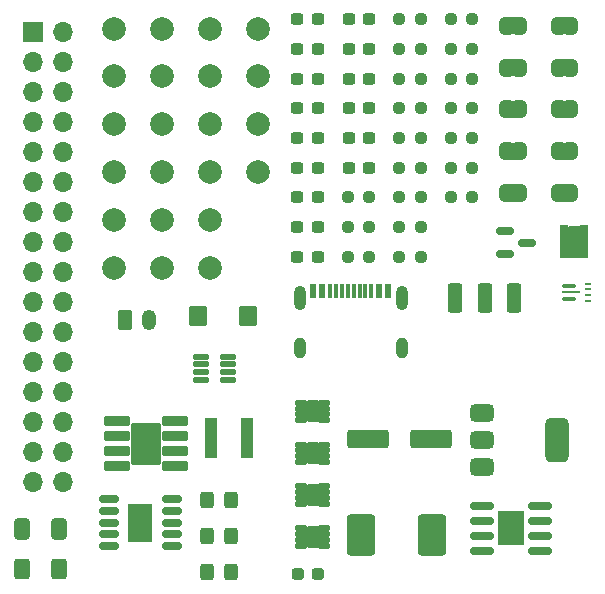
<source format=gbr>
%TF.GenerationSoftware,KiCad,Pcbnew,9.0.0*%
%TF.CreationDate,2025-03-25T22:48:29+02:00*%
%TF.ProjectId,EEE3088F Power Board,45454533-3038-4384-9620-506f77657220,rev?*%
%TF.SameCoordinates,Original*%
%TF.FileFunction,Soldermask,Top*%
%TF.FilePolarity,Negative*%
%FSLAX46Y46*%
G04 Gerber Fmt 4.6, Leading zero omitted, Abs format (unit mm)*
G04 Created by KiCad (PCBNEW 9.0.0) date 2025-03-25 22:48:29*
%MOMM*%
%LPD*%
G01*
G04 APERTURE LIST*
G04 Aperture macros list*
%AMRoundRect*
0 Rectangle with rounded corners*
0 $1 Rounding radius*
0 $2 $3 $4 $5 $6 $7 $8 $9 X,Y pos of 4 corners*
0 Add a 4 corners polygon primitive as box body*
4,1,4,$2,$3,$4,$5,$6,$7,$8,$9,$2,$3,0*
0 Add four circle primitives for the rounded corners*
1,1,$1+$1,$2,$3*
1,1,$1+$1,$4,$5*
1,1,$1+$1,$6,$7*
1,1,$1+$1,$8,$9*
0 Add four rect primitives between the rounded corners*
20,1,$1+$1,$2,$3,$4,$5,0*
20,1,$1+$1,$4,$5,$6,$7,0*
20,1,$1+$1,$6,$7,$8,$9,0*
20,1,$1+$1,$8,$9,$2,$3,0*%
%AMFreePoly0*
4,1,23,0.500000,-0.750000,0.000000,-0.750000,0.000000,-0.745722,-0.065263,-0.745722,-0.191342,-0.711940,-0.304381,-0.646677,-0.396677,-0.554381,-0.461940,-0.441342,-0.495722,-0.315263,-0.495722,-0.250000,-0.500000,-0.250000,-0.500000,0.250000,-0.495722,0.250000,-0.495722,0.315263,-0.461940,0.441342,-0.396677,0.554381,-0.304381,0.646677,-0.191342,0.711940,-0.065263,0.745722,0.000000,0.745722,
0.000000,0.750000,0.500000,0.750000,0.500000,-0.750000,0.500000,-0.750000,$1*%
%AMFreePoly1*
4,1,23,0.000000,0.745722,0.065263,0.745722,0.191342,0.711940,0.304381,0.646677,0.396677,0.554381,0.461940,0.441342,0.495722,0.315263,0.495722,0.250000,0.500000,0.250000,0.500000,-0.250000,0.495722,-0.250000,0.495722,-0.315263,0.461940,-0.441342,0.396677,-0.554381,0.304381,-0.646677,0.191342,-0.711940,0.065263,-0.745722,0.000000,-0.745722,0.000000,-0.750000,-0.500000,-0.750000,
-0.500000,0.750000,0.000000,0.750000,0.000000,0.745722,0.000000,0.745722,$1*%
G04 Aperture macros list end*
%ADD10C,0.010000*%
%ADD11RoundRect,0.375000X-0.625000X-0.375000X0.625000X-0.375000X0.625000X0.375000X-0.625000X0.375000X0*%
%ADD12RoundRect,0.500000X-0.500000X-1.400000X0.500000X-1.400000X0.500000X1.400000X-0.500000X1.400000X0*%
%ADD13RoundRect,0.087500X-0.487500X-0.087500X0.487500X-0.087500X0.487500X0.087500X-0.487500X0.087500X0*%
%ADD14RoundRect,0.050000X-0.675000X-0.050000X0.675000X-0.050000X0.675000X0.050000X-0.675000X0.050000X0*%
%ADD15RoundRect,0.062500X-0.162500X-0.062500X0.162500X-0.062500X0.162500X0.062500X-0.162500X0.062500X0*%
%ADD16RoundRect,0.150000X-0.687500X-0.150000X0.687500X-0.150000X0.687500X0.150000X-0.687500X0.150000X0*%
%ADD17R,2.100000X3.300000*%
%ADD18RoundRect,0.060500X-0.411500X-0.181500X0.411500X-0.181500X0.411500X0.181500X-0.411500X0.181500X0*%
%ADD19RoundRect,0.102000X-0.450000X-0.800000X0.450000X-0.800000X0.450000X0.800000X-0.450000X0.800000X0*%
%ADD20RoundRect,0.102000X-0.985000X-0.300000X0.985000X-0.300000X0.985000X0.300000X-0.985000X0.300000X0*%
%ADD21RoundRect,0.102000X-1.206500X-1.651000X1.206500X-1.651000X1.206500X1.651000X-1.206500X1.651000X0*%
%ADD22RoundRect,0.150000X-0.825000X-0.150000X0.825000X-0.150000X0.825000X0.150000X-0.825000X0.150000X0*%
%ADD23R,2.290000X3.000000*%
%ADD24RoundRect,0.125000X-0.537500X-0.125000X0.537500X-0.125000X0.537500X0.125000X-0.537500X0.125000X0*%
%ADD25C,2.000000*%
%ADD26RoundRect,0.250000X-0.375000X-1.000000X0.375000X-1.000000X0.375000X1.000000X-0.375000X1.000000X0*%
%ADD27RoundRect,0.237500X-0.250000X-0.237500X0.250000X-0.237500X0.250000X0.237500X-0.250000X0.237500X0*%
%ADD28RoundRect,0.250000X-0.400000X-0.625000X0.400000X-0.625000X0.400000X0.625000X-0.400000X0.625000X0*%
%ADD29RoundRect,0.150000X-0.587500X-0.150000X0.587500X-0.150000X0.587500X0.150000X-0.587500X0.150000X0*%
%ADD30RoundRect,0.250000X-0.925000X-1.500000X0.925000X-1.500000X0.925000X1.500000X-0.925000X1.500000X0*%
%ADD31RoundRect,0.110000X-0.440000X-1.590000X0.440000X-1.590000X0.440000X1.590000X-0.440000X1.590000X0*%
%ADD32FreePoly0,0.000000*%
%ADD33FreePoly1,0.000000*%
%ADD34RoundRect,0.250000X-0.350000X-0.625000X0.350000X-0.625000X0.350000X0.625000X-0.350000X0.625000X0*%
%ADD35O,1.200000X1.750000*%
%ADD36R,0.600000X1.240000*%
%ADD37R,0.300000X1.240000*%
%ADD38O,1.000000X2.100000*%
%ADD39O,1.000000X1.800000*%
%ADD40R,1.700000X1.700000*%
%ADD41O,1.700000X1.700000*%
%ADD42RoundRect,0.250000X-0.325000X-0.450000X0.325000X-0.450000X0.325000X0.450000X-0.325000X0.450000X0*%
%ADD43RoundRect,0.237500X-0.287500X-0.237500X0.287500X-0.237500X0.287500X0.237500X-0.287500X0.237500X0*%
%ADD44RoundRect,0.102000X-0.635000X-0.735000X0.635000X-0.735000X0.635000X0.735000X-0.635000X0.735000X0*%
%ADD45RoundRect,0.237500X-0.300000X-0.237500X0.300000X-0.237500X0.300000X0.237500X-0.300000X0.237500X0*%
%ADD46RoundRect,0.250000X-1.500000X-0.550000X1.500000X-0.550000X1.500000X0.550000X-1.500000X0.550000X0*%
%ADD47RoundRect,0.250000X-0.412500X-0.650000X0.412500X-0.650000X0.412500X0.650000X-0.412500X0.650000X0*%
G04 APERTURE END LIST*
D10*
%TO.C,U10*%
X75490000Y-59225000D02*
X74440000Y-59225000D01*
X74440000Y-56750000D01*
X74449000Y-56750000D01*
X74458000Y-56749000D01*
X74467000Y-56748000D01*
X74476000Y-56746000D01*
X74485000Y-56744000D01*
X74494000Y-56741000D01*
X74503000Y-56738000D01*
X74511000Y-56735000D01*
X74519000Y-56731000D01*
X74527000Y-56727000D01*
X74535000Y-56722000D01*
X74543000Y-56717000D01*
X74550000Y-56711000D01*
X74557000Y-56705000D01*
X74564000Y-56699000D01*
X74570000Y-56692000D01*
X74576000Y-56685000D01*
X74582000Y-56678000D01*
X74587000Y-56670000D01*
X74592000Y-56663000D01*
X74596000Y-56654000D01*
X74600000Y-56646000D01*
X74603000Y-56638000D01*
X74606000Y-56629000D01*
X74609000Y-56620000D01*
X74611000Y-56611000D01*
X74613000Y-56602000D01*
X74614000Y-56593000D01*
X74615000Y-56584000D01*
X74615000Y-56575000D01*
X75490000Y-56575000D01*
X75490000Y-59225000D01*
G36*
X75490000Y-59225000D02*
G01*
X74440000Y-59225000D01*
X74440000Y-56750000D01*
X74449000Y-56750000D01*
X74458000Y-56749000D01*
X74467000Y-56748000D01*
X74476000Y-56746000D01*
X74485000Y-56744000D01*
X74494000Y-56741000D01*
X74503000Y-56738000D01*
X74511000Y-56735000D01*
X74519000Y-56731000D01*
X74527000Y-56727000D01*
X74535000Y-56722000D01*
X74543000Y-56717000D01*
X74550000Y-56711000D01*
X74557000Y-56705000D01*
X74564000Y-56699000D01*
X74570000Y-56692000D01*
X74576000Y-56685000D01*
X74582000Y-56678000D01*
X74587000Y-56670000D01*
X74592000Y-56663000D01*
X74596000Y-56654000D01*
X74600000Y-56646000D01*
X74603000Y-56638000D01*
X74606000Y-56629000D01*
X74609000Y-56620000D01*
X74611000Y-56611000D01*
X74613000Y-56602000D01*
X74614000Y-56593000D01*
X74615000Y-56584000D01*
X74615000Y-56575000D01*
X75490000Y-56575000D01*
X75490000Y-59225000D01*
G37*
X74415000Y-58075000D02*
X73815000Y-58075000D01*
X73815000Y-57725000D01*
X74415000Y-57725000D01*
X74415000Y-58075000D01*
G36*
X74415000Y-58075000D02*
G01*
X73815000Y-58075000D01*
X73815000Y-57725000D01*
X74415000Y-57725000D01*
X74415000Y-58075000D01*
G37*
X76115000Y-58075000D02*
X75515000Y-58075000D01*
X75515000Y-57725000D01*
X76115000Y-57725000D01*
X76115000Y-58075000D01*
G36*
X76115000Y-58075000D02*
G01*
X75515000Y-58075000D01*
X75515000Y-57725000D01*
X76115000Y-57725000D01*
X76115000Y-58075000D01*
G37*
X74415000Y-57675000D02*
X73815000Y-57675000D01*
X73815000Y-57325000D01*
X74415000Y-57325000D01*
X74415000Y-57675000D01*
G36*
X74415000Y-57675000D02*
G01*
X73815000Y-57675000D01*
X73815000Y-57325000D01*
X74415000Y-57325000D01*
X74415000Y-57675000D01*
G37*
X74415000Y-58475000D02*
X73815000Y-58475000D01*
X73815000Y-58125000D01*
X74415000Y-58125000D01*
X74415000Y-58475000D01*
G36*
X74415000Y-58475000D02*
G01*
X73815000Y-58475000D01*
X73815000Y-58125000D01*
X74415000Y-58125000D01*
X74415000Y-58475000D01*
G37*
X76115000Y-57675000D02*
X75515000Y-57675000D01*
X75515000Y-57325000D01*
X76115000Y-57325000D01*
X76115000Y-57675000D01*
G36*
X76115000Y-57675000D02*
G01*
X75515000Y-57675000D01*
X75515000Y-57325000D01*
X76115000Y-57325000D01*
X76115000Y-57675000D01*
G37*
X76115000Y-58475000D02*
X75515000Y-58475000D01*
X75515000Y-58125000D01*
X76115000Y-58125000D01*
X76115000Y-58475000D01*
G36*
X76115000Y-58475000D02*
G01*
X75515000Y-58475000D01*
X75515000Y-58125000D01*
X76115000Y-58125000D01*
X76115000Y-58475000D01*
G37*
X74415000Y-57275000D02*
X73815000Y-57275000D01*
X73815000Y-56525000D01*
X74415000Y-56525000D01*
X74415000Y-57275000D01*
G36*
X74415000Y-57275000D02*
G01*
X73815000Y-57275000D01*
X73815000Y-56525000D01*
X74415000Y-56525000D01*
X74415000Y-57275000D01*
G37*
X76115000Y-57275000D02*
X75515000Y-57275000D01*
X75515000Y-56525000D01*
X76115000Y-56525000D01*
X76115000Y-57275000D01*
G36*
X76115000Y-57275000D02*
G01*
X75515000Y-57275000D01*
X75515000Y-56525000D01*
X76115000Y-56525000D01*
X76115000Y-57275000D01*
G37*
X74415000Y-59275000D02*
X73815000Y-59275000D01*
X73815000Y-58525000D01*
X74415000Y-58525000D01*
X74415000Y-59275000D01*
G36*
X74415000Y-59275000D02*
G01*
X73815000Y-59275000D01*
X73815000Y-58525000D01*
X74415000Y-58525000D01*
X74415000Y-59275000D01*
G37*
X76115000Y-59275000D02*
X75515000Y-59275000D01*
X75515000Y-58525000D01*
X76115000Y-58525000D01*
X76115000Y-59275000D01*
G36*
X76115000Y-59275000D02*
G01*
X75515000Y-59275000D01*
X75515000Y-58525000D01*
X76115000Y-58525000D01*
X76115000Y-59275000D01*
G37*
%TO.C,JP_P3*%
G36*
X74000000Y-53100000D02*
G01*
X74300000Y-53100000D01*
X74300000Y-54600000D01*
X74000000Y-54600000D01*
X74000000Y-53100000D01*
G37*
%TO.C,JP_P2*%
G36*
X74000000Y-49550000D02*
G01*
X74300000Y-49550000D01*
X74300000Y-51050000D01*
X74000000Y-51050000D01*
X74000000Y-49550000D01*
G37*
%TO.C,JP_P1*%
G36*
X74000000Y-46000000D02*
G01*
X74300000Y-46000000D01*
X74300000Y-47500000D01*
X74000000Y-47500000D01*
X74000000Y-46000000D01*
G37*
%TO.C,JP_M_3V3*%
G36*
X74000000Y-42450000D02*
G01*
X74300000Y-42450000D01*
X74300000Y-43950000D01*
X74000000Y-43950000D01*
X74000000Y-42450000D01*
G37*
%TO.C,JPI6*%
G36*
X74000000Y-38900000D02*
G01*
X74300000Y-38900000D01*
X74300000Y-40400000D01*
X74000000Y-40400000D01*
X74000000Y-38900000D01*
G37*
%TO.C,JPI5*%
G36*
X69650000Y-53100000D02*
G01*
X69950000Y-53100000D01*
X69950000Y-54600000D01*
X69650000Y-54600000D01*
X69650000Y-53100000D01*
G37*
%TO.C,JPI4*%
G36*
X69650000Y-49550000D02*
G01*
X69950000Y-49550000D01*
X69950000Y-51050000D01*
X69650000Y-51050000D01*
X69650000Y-49550000D01*
G37*
%TO.C,JPI3*%
G36*
X69650000Y-46000000D02*
G01*
X69950000Y-46000000D01*
X69950000Y-47500000D01*
X69650000Y-47500000D01*
X69650000Y-46000000D01*
G37*
%TO.C,JPI2*%
G36*
X69650000Y-42450000D02*
G01*
X69950000Y-42450000D01*
X69950000Y-43950000D01*
X69650000Y-43950000D01*
X69650000Y-42450000D01*
G37*
%TO.C,JPI1*%
G36*
X69650000Y-38900000D02*
G01*
X69950000Y-38900000D01*
X69950000Y-40400000D01*
X69650000Y-40400000D01*
X69650000Y-38900000D01*
G37*
%TD*%
D11*
%TO.C,U_P2*%
X67200000Y-72445000D03*
X67200000Y-74745000D03*
D12*
X73500000Y-74745000D03*
D11*
X67200000Y-77045000D03*
%TD*%
D13*
%TO.C,U_P1*%
X74580000Y-61690000D03*
D14*
X74730000Y-62240000D03*
D13*
X74580000Y-62790000D03*
D15*
X76180000Y-62990000D03*
X76180000Y-62490000D03*
X76180000Y-61990000D03*
X76180000Y-61490000D03*
%TD*%
D16*
%TO.C,U9*%
X35632500Y-79725000D03*
X35632500Y-80725000D03*
X35632500Y-81725000D03*
X35632500Y-82725000D03*
X35632500Y-83725000D03*
X40907500Y-83725000D03*
X40907500Y-82725000D03*
X40907500Y-81725000D03*
X40907500Y-80725000D03*
X40907500Y-79725000D03*
D17*
X38270000Y-81725000D03*
%TD*%
D18*
%TO.C,U8*%
X51865000Y-82220000D03*
X51865000Y-82720000D03*
X51865000Y-83220000D03*
X51865000Y-83720000D03*
X53835000Y-83720000D03*
X53835000Y-83220000D03*
X53835000Y-82720000D03*
X53835000Y-82220000D03*
D19*
X52850000Y-82970000D03*
%TD*%
D18*
%TO.C,U6*%
X51865000Y-78670000D03*
X51865000Y-79170000D03*
X51865000Y-79670000D03*
X51865000Y-80170000D03*
X53835000Y-80170000D03*
X53835000Y-79670000D03*
X53835000Y-79170000D03*
X53835000Y-78670000D03*
D19*
X52850000Y-79420000D03*
%TD*%
D18*
%TO.C,U5*%
X51865000Y-75120000D03*
X51865000Y-75620000D03*
X51865000Y-76120000D03*
X51865000Y-76620000D03*
X53835000Y-76620000D03*
X53835000Y-76120000D03*
X53835000Y-75620000D03*
X53835000Y-75120000D03*
D19*
X52850000Y-75870000D03*
%TD*%
D18*
%TO.C,U4*%
X51865000Y-71570000D03*
X51865000Y-72070000D03*
X51865000Y-72570000D03*
X51865000Y-73070000D03*
X53835000Y-73070000D03*
X53835000Y-72570000D03*
X53835000Y-72070000D03*
X53835000Y-71570000D03*
D19*
X52850000Y-72320000D03*
%TD*%
D20*
%TO.C,U3*%
X36250000Y-73145000D03*
X36250000Y-74415000D03*
X36250000Y-75685000D03*
X36250000Y-76955000D03*
X41200000Y-76955000D03*
X41200000Y-75685000D03*
X41200000Y-74415000D03*
X41200000Y-73145000D03*
D21*
X38725000Y-75050000D03*
%TD*%
D22*
%TO.C,U2*%
X67175000Y-80315000D03*
X67175000Y-81585000D03*
X67175000Y-82855000D03*
X67175000Y-84125000D03*
X72125000Y-84125000D03*
X72125000Y-82855000D03*
X72125000Y-81585000D03*
X72125000Y-80315000D03*
D23*
X69650000Y-82220000D03*
%TD*%
D24*
%TO.C,U1*%
X43412500Y-67675000D03*
X43412500Y-68325000D03*
X43412500Y-68975000D03*
X43412500Y-69625000D03*
X45687500Y-69625000D03*
X45687500Y-68975000D03*
X45687500Y-68325000D03*
X45687500Y-67675000D03*
%TD*%
D25*
%TO.C,TP_P6*%
X48200000Y-52050000D03*
%TD*%
%TO.C,TP_P5*%
X48200000Y-48000000D03*
%TD*%
%TO.C,TP_P4*%
X48200000Y-43950000D03*
%TD*%
%TO.C,TP_P3*%
X48200000Y-39900000D03*
%TD*%
%TO.C,TP_P2*%
X44150000Y-60150000D03*
%TD*%
%TO.C,TP_P1*%
X44150000Y-56100000D03*
%TD*%
%TO.C,TP21*%
X44150000Y-52050000D03*
%TD*%
%TO.C,TP19*%
X44150000Y-48000000D03*
%TD*%
%TO.C,TP18*%
X44150000Y-43950000D03*
%TD*%
%TO.C,TP17*%
X44150000Y-39900000D03*
%TD*%
%TO.C,TP15*%
X40100000Y-60150000D03*
%TD*%
%TO.C,TP14*%
X40100000Y-56100000D03*
%TD*%
%TO.C,TP13*%
X40100000Y-52050000D03*
%TD*%
%TO.C,TP12*%
X40100000Y-48000000D03*
%TD*%
%TO.C,TP11*%
X40100000Y-43950000D03*
%TD*%
%TO.C,TP10*%
X40100000Y-39900000D03*
%TD*%
%TO.C,TP9*%
X36050000Y-60150000D03*
%TD*%
%TO.C,TP8*%
X36050000Y-56100000D03*
%TD*%
%TO.C,TP7*%
X36050000Y-52050000D03*
%TD*%
%TO.C,TP6*%
X36050000Y-48000000D03*
%TD*%
D26*
%TO.C,SW2*%
X64940000Y-62740000D03*
X67440000Y-62740000D03*
X69940000Y-62740000D03*
%TD*%
D27*
%TO.C,R_Pfb2*%
X64537500Y-54190000D03*
X66362500Y-54190000D03*
%TD*%
%TO.C,R_Pfb1*%
X64537500Y-51680000D03*
X66362500Y-51680000D03*
%TD*%
%TO.C,R_P2*%
X64537500Y-49170000D03*
X66362500Y-49170000D03*
%TD*%
%TO.C,R_P1*%
X64537500Y-46660000D03*
X66362500Y-46660000D03*
%TD*%
D28*
%TO.C,R_Ishunt1*%
X28250000Y-85620000D03*
X31350000Y-85620000D03*
%TD*%
D27*
%TO.C,R_I2*%
X64537500Y-44150000D03*
X66362500Y-44150000D03*
%TD*%
%TO.C,R_I1*%
X64537500Y-41640000D03*
X66362500Y-41640000D03*
%TD*%
%TO.C,R_C_dd1*%
X64537500Y-39130000D03*
X66362500Y-39130000D03*
%TD*%
%TO.C,R_C_cfg1*%
X60187500Y-59210000D03*
X62012500Y-59210000D03*
%TD*%
%TO.C,R_C_bus1*%
X60187500Y-56700000D03*
X62012500Y-56700000D03*
%TD*%
%TO.C,R_B_slow1*%
X60187500Y-54190000D03*
X62012500Y-54190000D03*
%TD*%
%TO.C,R_B_pd1*%
X60187500Y-51680000D03*
X62012500Y-51680000D03*
%TD*%
%TO.C,R_B_LED2*%
X60187500Y-44150000D03*
X62012500Y-44150000D03*
%TD*%
%TO.C,R_B_LED1*%
X60187500Y-41640000D03*
X62012500Y-41640000D03*
%TD*%
%TO.C,R_B_fast1*%
X60187500Y-49170000D03*
X62012500Y-49170000D03*
%TD*%
%TO.C,R_B_b1*%
X60187500Y-46660000D03*
X62012500Y-46660000D03*
%TD*%
%TO.C,R20*%
X60187500Y-39130000D03*
X62012500Y-39130000D03*
%TD*%
%TO.C,R19*%
X55837500Y-59210000D03*
X57662500Y-59210000D03*
%TD*%
%TO.C,R2*%
X55837500Y-56700000D03*
X57662500Y-56700000D03*
%TD*%
%TO.C,R1*%
X55837500Y-54190000D03*
X57662500Y-54190000D03*
%TD*%
D29*
%TO.C,Q1*%
X69132500Y-57075000D03*
X69132500Y-58975000D03*
X71007500Y-58025000D03*
%TD*%
D30*
%TO.C,L3*%
X56925000Y-82815000D03*
X62975000Y-82815000D03*
%TD*%
D31*
%TO.C,L1*%
X44280000Y-74600000D03*
X47280000Y-74600000D03*
%TD*%
D32*
%TO.C,JP_P3*%
X73500000Y-53850000D03*
D33*
X74800000Y-53850000D03*
%TD*%
D32*
%TO.C,JP_P2*%
X73500000Y-50300000D03*
D33*
X74800000Y-50300000D03*
%TD*%
D32*
%TO.C,JP_P1*%
X73500000Y-46750000D03*
D33*
X74800000Y-46750000D03*
%TD*%
D32*
%TO.C,JP_M_3V3*%
X73500000Y-43200000D03*
D33*
X74800000Y-43200000D03*
%TD*%
D32*
%TO.C,JPI6*%
X73500000Y-39650000D03*
D33*
X74800000Y-39650000D03*
%TD*%
D32*
%TO.C,JPI5*%
X69150000Y-53850000D03*
D33*
X70450000Y-53850000D03*
%TD*%
D32*
%TO.C,JPI4*%
X69150000Y-50300000D03*
D33*
X70450000Y-50300000D03*
%TD*%
D32*
%TO.C,JPI3*%
X69150000Y-46750000D03*
D33*
X70450000Y-46750000D03*
%TD*%
D32*
%TO.C,JPI2*%
X69150000Y-43200000D03*
D33*
X70450000Y-43200000D03*
%TD*%
D32*
%TO.C,JPI1*%
X69150000Y-39650000D03*
D33*
X70450000Y-39650000D03*
%TD*%
D34*
%TO.C,J3*%
X37000000Y-64550000D03*
D35*
X39000000Y-64550000D03*
%TD*%
D36*
%TO.C,J2*%
X52870000Y-62115000D03*
X53670000Y-62115000D03*
D37*
X54820000Y-62115000D03*
X55820000Y-62115000D03*
X56320000Y-62115000D03*
X57320000Y-62115000D03*
D36*
X58470000Y-62115000D03*
X59270000Y-62115000D03*
X59270000Y-62115000D03*
X58470000Y-62115000D03*
D37*
X57820000Y-62115000D03*
X56820000Y-62115000D03*
X55320000Y-62115000D03*
X54320000Y-62115000D03*
D36*
X53670000Y-62115000D03*
X52870000Y-62115000D03*
D38*
X51750000Y-62715000D03*
D39*
X51750000Y-66915000D03*
D38*
X60390000Y-62715000D03*
D39*
X60390000Y-66915000D03*
%TD*%
D40*
%TO.C,J1*%
X29150000Y-40200000D03*
D41*
X31690000Y-40200000D03*
X29150000Y-42740000D03*
X31690000Y-42740000D03*
X29150000Y-45280000D03*
X31690000Y-45280000D03*
X29150000Y-47820000D03*
X31690000Y-47820000D03*
X29150000Y-50360000D03*
X31690000Y-50360000D03*
X29150000Y-52900000D03*
X31690000Y-52900000D03*
X29150000Y-55440000D03*
X31690000Y-55440000D03*
X29150000Y-57980000D03*
X31690000Y-57980000D03*
X29150000Y-60520000D03*
X31690000Y-60520000D03*
X29150000Y-63060000D03*
X31690000Y-63060000D03*
X29150000Y-65600000D03*
X31690000Y-65600000D03*
X29150000Y-68140000D03*
X31690000Y-68140000D03*
X29150000Y-70680000D03*
X31690000Y-70680000D03*
X29150000Y-73220000D03*
X31690000Y-73220000D03*
X29150000Y-75760000D03*
X31690000Y-75760000D03*
X29150000Y-78300000D03*
X31690000Y-78300000D03*
%TD*%
D42*
%TO.C,D6*%
X43910000Y-85875000D03*
X45960000Y-85875000D03*
%TD*%
%TO.C,D5*%
X43910000Y-82835000D03*
X45960000Y-82835000D03*
%TD*%
%TO.C,D3*%
X43910000Y-79795000D03*
X45960000Y-79795000D03*
%TD*%
D43*
%TO.C,D2*%
X51570000Y-86040000D03*
X53320000Y-86040000D03*
%TD*%
D44*
%TO.C,D1*%
X43110000Y-64226600D03*
X47410000Y-64226600D03*
%TD*%
D45*
%TO.C,C_P(out)3*%
X55887500Y-51680000D03*
X57612500Y-51680000D03*
%TD*%
%TO.C,C_P(out)2*%
X55887500Y-49170000D03*
X57612500Y-49170000D03*
%TD*%
%TO.C,C_P(out)1*%
X55887500Y-46660000D03*
X57612500Y-46660000D03*
%TD*%
%TO.C,C_P(in)3*%
X55887500Y-44150000D03*
X57612500Y-44150000D03*
%TD*%
%TO.C,C_P(in)2*%
X55887500Y-41640000D03*
X57612500Y-41640000D03*
%TD*%
%TO.C,C_P(in)1*%
X55887500Y-39130000D03*
X57612500Y-39130000D03*
%TD*%
%TO.C,C_I(in)1*%
X51537500Y-59210000D03*
X53262500Y-59210000D03*
%TD*%
%TO.C,C_C_dd1*%
X51537500Y-56700000D03*
X53262500Y-56700000D03*
%TD*%
%TO.C,C_B2*%
X51537500Y-54190000D03*
X53262500Y-54190000D03*
%TD*%
%TO.C,C_B1*%
X51537500Y-51680000D03*
X53262500Y-51680000D03*
%TD*%
%TO.C,C25*%
X51537500Y-49170000D03*
X53262500Y-49170000D03*
%TD*%
%TO.C,C17*%
X51537500Y-46660000D03*
X53262500Y-46660000D03*
%TD*%
%TO.C,C16*%
X51537500Y-44150000D03*
X53262500Y-44150000D03*
%TD*%
%TO.C,C15*%
X51537500Y-41640000D03*
X53262500Y-41640000D03*
%TD*%
D46*
%TO.C,C3*%
X57500000Y-74620000D03*
X62900000Y-74620000D03*
%TD*%
D45*
%TO.C,C2*%
X51537500Y-39130000D03*
X53262500Y-39130000D03*
%TD*%
D47*
%TO.C,C1*%
X28267500Y-82300000D03*
X31392500Y-82300000D03*
%TD*%
D25*
%TO.C,Batt-1*%
X36050000Y-43950000D03*
%TD*%
%TO.C,Batt+1*%
X36050000Y-39900000D03*
%TD*%
M02*

</source>
